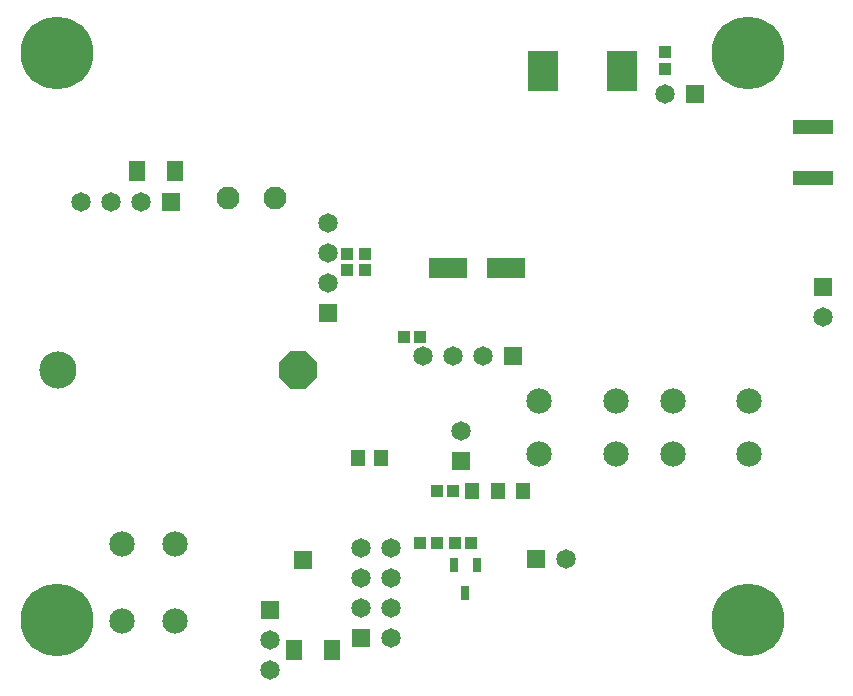
<source format=gbs>
G04*
G04 #@! TF.GenerationSoftware,Altium Limited,Altium Designer,20.0.10 (225)*
G04*
G04 Layer_Color=16711935*
%FSLAX44Y44*%
%MOMM*%
G71*
G01*
G75*
%ADD13R,1.0000X1.0000*%
%ADD14R,1.0000X1.0000*%
%ADD28R,0.7500X1.2500*%
%ADD35R,3.3000X1.7500*%
%ADD37R,1.6500X1.6500*%
%ADD38C,1.6500*%
%ADD39R,1.6500X1.6500*%
%ADD40C,6.1500*%
%ADD41C,2.1500*%
%ADD42C,1.9500*%
%ADD43C,3.1500*%
%ADD44P,3.4096X8X202.5*%
%ADD89R,1.3500X1.7500*%
%ADD90R,1.1500X1.4000*%
%ADD91R,2.6000X3.3500*%
%ADD92R,3.5000X1.1500*%
%ADD93R,1.1500X0.6500*%
D13*
X574000Y541000D02*
D03*
Y527000D02*
D03*
X305000Y370000D02*
D03*
Y356000D02*
D03*
X320000Y370000D02*
D03*
Y356000D02*
D03*
D14*
X367000Y300000D02*
D03*
X353000D02*
D03*
X410000Y125000D02*
D03*
X396000D02*
D03*
X367000D02*
D03*
X381000D02*
D03*
Y169000D02*
D03*
X395000D02*
D03*
D28*
X395500Y107000D02*
D03*
X414500D02*
D03*
X405000Y83000D02*
D03*
D35*
X390500Y358000D02*
D03*
X439500D02*
D03*
D37*
X268000Y111000D02*
D03*
X240000Y68800D02*
D03*
X708000Y342400D02*
D03*
X288640Y320088D02*
D03*
X401000Y194600D02*
D03*
X317000Y45200D02*
D03*
D38*
X240000Y43400D02*
D03*
Y18000D02*
D03*
X490400Y112000D02*
D03*
X574000Y505000D02*
D03*
X708000Y317000D02*
D03*
X369200Y284000D02*
D03*
X394600D02*
D03*
X420000D02*
D03*
X288640Y396288D02*
D03*
Y370888D02*
D03*
Y345488D02*
D03*
X401000Y220000D02*
D03*
X79200Y414000D02*
D03*
X104600D02*
D03*
X130000D02*
D03*
X342400Y121400D02*
D03*
X317000D02*
D03*
X342400Y96000D02*
D03*
X317000D02*
D03*
X342400Y70600D02*
D03*
X317000D02*
D03*
X342400Y45200D02*
D03*
D39*
X465000Y112000D02*
D03*
X599400Y505000D02*
D03*
X445400Y284000D02*
D03*
X155400Y414000D02*
D03*
D40*
X644000Y540000D02*
D03*
X59000D02*
D03*
X644000Y60000D02*
D03*
X59000D02*
D03*
D41*
X580500Y200500D02*
D03*
Y245500D02*
D03*
X645500Y200500D02*
D03*
Y245500D02*
D03*
X159500Y59500D02*
D03*
X114500D02*
D03*
X159500Y124500D02*
D03*
X114500D02*
D03*
X467500Y200500D02*
D03*
Y245500D02*
D03*
X532500Y200500D02*
D03*
Y245500D02*
D03*
D42*
X204000Y417000D02*
D03*
X244000D02*
D03*
D43*
X60485Y272000D02*
D03*
D44*
X263515D02*
D03*
D89*
X260000Y35000D02*
D03*
X292000D02*
D03*
X127000Y440000D02*
D03*
X159000D02*
D03*
D90*
X334000Y197000D02*
D03*
X314000D02*
D03*
D91*
X537500Y525000D02*
D03*
X470500D02*
D03*
D92*
X699000Y434250D02*
D03*
Y477750D02*
D03*
D93*
X433000Y173000D02*
D03*
Y166000D02*
D03*
X411000Y173000D02*
D03*
Y166000D02*
D03*
X454000Y173000D02*
D03*
Y166000D02*
D03*
M02*

</source>
